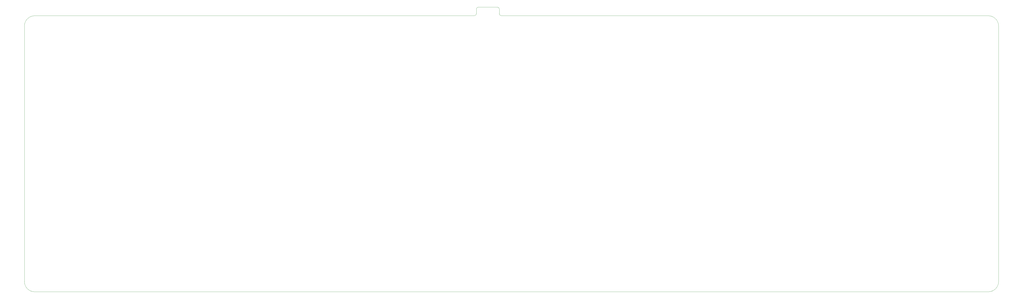
<source format=gbr>
G04 #@! TF.GenerationSoftware,KiCad,Pcbnew,(5.1.4)-1*
G04 #@! TF.CreationDate,2022-01-03T17:18:41-05:00*
G04 #@! TF.ProjectId,DOMAIN-1,444f4d41-494e-42d3-912e-6b696361645f,rev?*
G04 #@! TF.SameCoordinates,Original*
G04 #@! TF.FileFunction,Profile,NP*
%FSLAX46Y46*%
G04 Gerber Fmt 4.6, Leading zero omitted, Abs format (unit mm)*
G04 Created by KiCad (PCBNEW (5.1.4)-1) date 2022-01-03 17:18:41*
%MOMM*%
%LPD*%
G04 APERTURE LIST*
%ADD10C,0.050000*%
G04 APERTURE END LIST*
D10*
X76327000Y-265176000D02*
X76327000Y-265811000D01*
X518160000Y-265176000D02*
X518160000Y-265811000D01*
X76327000Y-265176000D02*
X76327000Y-149733000D01*
X513461000Y-270510000D02*
X81026000Y-270510000D01*
X518160000Y-265176000D02*
X518160000Y-149733000D01*
X81026000Y-145034000D02*
X280289000Y-145034000D01*
X513461000Y-145034000D02*
X292735000Y-145034000D01*
X81026000Y-270510000D02*
G75*
G02X76327000Y-265811000I0J4699000D01*
G01*
X76327000Y-149733000D02*
G75*
G02X81026000Y-145034000I4699000J0D01*
G01*
X513461000Y-145034000D02*
G75*
G02X518160000Y-149733000I0J-4699000D01*
G01*
X518160000Y-265811000D02*
G75*
G02X513461000Y-270510000I-4699000J0D01*
G01*
X281305000Y-142113000D02*
X281305000Y-144018000D01*
X290703000Y-141097000D02*
X282321000Y-141097000D01*
X291719000Y-142113000D02*
X291719000Y-144018000D01*
X281305000Y-144018000D02*
G75*
G02X280289000Y-145034000I-1016000J0D01*
G01*
X281305000Y-142113000D02*
G75*
G02X282321000Y-141097000I1016000J0D01*
G01*
X290703000Y-141097000D02*
G75*
G02X291719000Y-142113000I0J-1016000D01*
G01*
X292735000Y-145034000D02*
G75*
G02X291719000Y-144018000I0J1016000D01*
G01*
M02*

</source>
